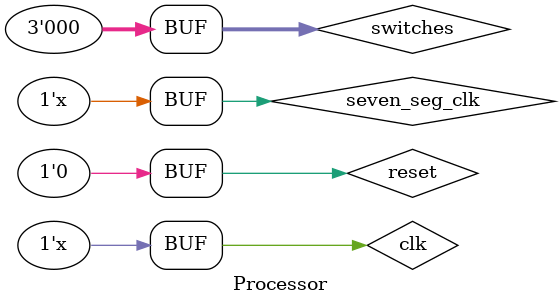
<source format=v>
`timescale 1ns / 1ps


module Processor;

	// Inputs
	reg seven_seg_clk;
	reg clk;
	reg reset;
	reg [2:0] switches;

	// Outputs
	wire [6:0] seven_segment;
	wire [3:0] anode;

	// Instantiate the Unit Under Test (UUT)
	Top_Module uut (
		.seven_seg_clk(seven_seg_clk), 
		.clk(clk), 
		.reset(reset), 
		.switches(switches), 
		.seven_segment(seven_segment), 
		.anode(anode)
	);
	always #100 clk=~clk;
	
	always #100 seven_seg_clk=~seven_seg_clk;
	initial begin
		// Initialize Inputs
		seven_seg_clk = 0;
		clk = 0;
		reset = 1;
		switches = 0;

		// Wait 100 ns for global reset to finish
		#100;
		
		reset=0;
        
		// Add stimulus here

	end
      
endmodule


</source>
